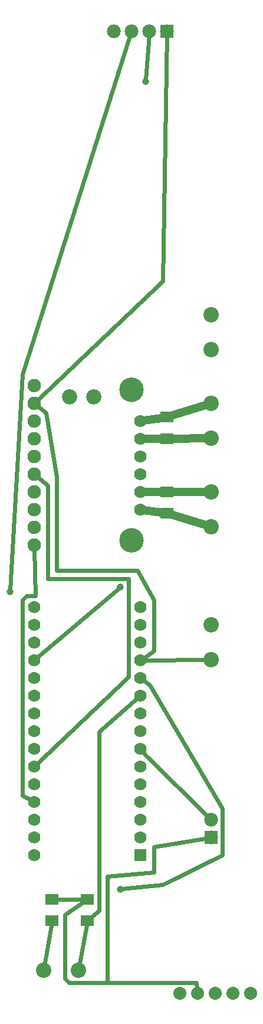
<source format=gtl>
G04 MADE WITH FRITZING*
G04 WWW.FRITZING.ORG*
G04 DOUBLE SIDED*
G04 HOLES PLATED*
G04 CONTOUR ON CENTER OF CONTOUR VECTOR*
%ASAXBY*%
%FSLAX23Y23*%
%MOIN*%
%OFA0B0*%
%SFA1.0B1.0*%
%ADD10C,0.138425*%
%ADD11C,0.086000*%
%ADD12C,0.076000*%
%ADD13C,0.070000*%
%ADD14C,0.073379*%
%ADD15C,0.078000*%
%ADD16C,0.087268*%
%ADD17C,0.087253*%
%ADD18C,0.039370*%
%ADD19R,0.074803X0.062992*%
%ADD20R,0.078000X0.078000*%
%ADD21R,0.069972X0.070000*%
%ADD22C,0.048000*%
%ADD23C,0.024000*%
%LNCOPPER1*%
G90*
G70*
G54D10*
X749Y3873D03*
G54D11*
X398Y3833D03*
X536Y3833D03*
G54D12*
X199Y3898D03*
X199Y3798D03*
X199Y3698D03*
X199Y3598D03*
X199Y3498D03*
X199Y3398D03*
X199Y3298D03*
G54D10*
X749Y3023D03*
G54D12*
X199Y3198D03*
X199Y3098D03*
X199Y2998D03*
G54D13*
X799Y3198D03*
X799Y3298D03*
X799Y3398D03*
X799Y3498D03*
X799Y3598D03*
X799Y3698D03*
G54D14*
X1020Y468D03*
X1120Y468D03*
X1220Y468D03*
X1320Y468D03*
X1420Y468D03*
G54D15*
X1199Y1348D03*
X1199Y1448D03*
X949Y5898D03*
X849Y5898D03*
X749Y5898D03*
X649Y5898D03*
G54D16*
X1199Y2351D03*
G54D17*
X1199Y2548D03*
G54D16*
X1199Y4101D03*
G54D17*
X1199Y4298D03*
G54D16*
X1199Y3601D03*
G54D17*
X1199Y3798D03*
G54D16*
X1199Y3101D03*
G54D17*
X1199Y3298D03*
G54D16*
X252Y598D03*
G54D17*
X449Y598D03*
G54D13*
X799Y1248D03*
X799Y1348D03*
X799Y1448D03*
X799Y1548D03*
X799Y1648D03*
X799Y1748D03*
X799Y1848D03*
X799Y1948D03*
X799Y2048D03*
X799Y2148D03*
X799Y2248D03*
X799Y2348D03*
X799Y2448D03*
X799Y2548D03*
X799Y2648D03*
X199Y1248D03*
X199Y1348D03*
X199Y1448D03*
X199Y1548D03*
X199Y1648D03*
X199Y1748D03*
X199Y1848D03*
X199Y1948D03*
X199Y2048D03*
X199Y2148D03*
X199Y2248D03*
X199Y2348D03*
X199Y2448D03*
X199Y2548D03*
X199Y2648D03*
G54D18*
X684Y1055D03*
X828Y5615D03*
X60Y2735D03*
X684Y2759D03*
G54D19*
X949Y3598D03*
X949Y3720D03*
X949Y3298D03*
X949Y3176D03*
G54D20*
X1199Y1348D03*
X949Y5898D03*
G54D19*
X299Y998D03*
X299Y876D03*
X499Y998D03*
X499Y876D03*
G54D21*
X799Y1248D03*
G54D22*
X819Y3195D02*
X917Y3180D01*
D02*
X1177Y3107D02*
X981Y3166D01*
D02*
X819Y3298D02*
X917Y3298D01*
D02*
X1176Y3298D02*
X981Y3298D01*
D02*
X819Y3598D02*
X917Y3598D01*
D02*
X1176Y3601D02*
X981Y3598D01*
D02*
X917Y3715D02*
X819Y3701D01*
D02*
X1177Y3791D02*
X981Y3730D01*
G54D23*
D02*
X1185Y1461D02*
X828Y1811D01*
X828Y1811D02*
X810Y1834D01*
D02*
X453Y620D02*
X494Y850D01*
D02*
X785Y2136D02*
X564Y1943D01*
X564Y1943D02*
X564Y935D01*
X564Y935D02*
X527Y902D01*
D02*
X199Y2978D02*
X204Y2711D01*
X204Y2711D02*
X156Y2711D01*
X156Y2711D02*
X132Y2687D01*
X132Y2687D02*
X132Y1583D01*
X132Y1583D02*
X183Y1556D01*
D02*
X331Y998D02*
X467Y998D01*
D02*
X1180Y1345D02*
X876Y1295D01*
X876Y1295D02*
X876Y1151D01*
X876Y1151D02*
X612Y1127D01*
X612Y1127D02*
X612Y527D01*
X612Y527D02*
X396Y527D01*
X396Y527D02*
X372Y551D01*
X372Y551D02*
X372Y911D01*
X372Y911D02*
X467Y976D01*
D02*
X1119Y489D02*
X1116Y527D01*
X1116Y527D02*
X612Y527D01*
D02*
X212Y2359D02*
X678Y2754D01*
D02*
X214Y3385D02*
X276Y3335D01*
X276Y3335D02*
X276Y2807D01*
X276Y2807D02*
X732Y2807D01*
X732Y2807D02*
X732Y2255D01*
X732Y2255D02*
X212Y1760D01*
D02*
X256Y620D02*
X294Y850D01*
D02*
X813Y2237D02*
X852Y2207D01*
X852Y2207D02*
X1260Y1511D01*
X1260Y1511D02*
X1260Y1247D01*
X1260Y1247D02*
X924Y1079D01*
X924Y1079D02*
X692Y1056D01*
D02*
X817Y2348D02*
X1176Y2351D01*
D02*
X214Y3785D02*
X264Y3743D01*
X264Y3743D02*
X324Y3383D01*
X324Y3383D02*
X324Y2855D01*
X324Y2855D02*
X780Y2855D01*
X780Y2855D02*
X876Y2687D01*
X876Y2687D02*
X876Y2399D01*
X876Y2399D02*
X814Y2358D01*
D02*
X948Y5879D02*
X924Y4487D01*
X924Y4487D02*
X213Y3811D01*
D02*
X743Y5880D02*
X132Y3959D01*
X132Y3959D02*
X60Y2743D01*
D02*
X847Y5879D02*
X829Y5623D01*
G04 End of Copper1*
M02*
</source>
